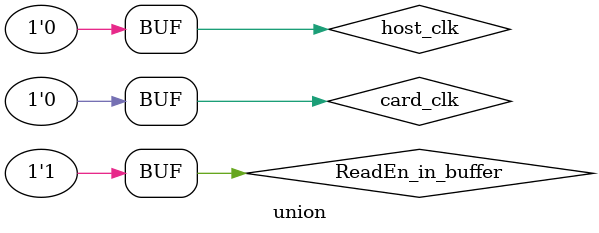
<source format=v>
`include "DAT.v"
`include "aFIFO.v"

module union;

	wire [31:0] DMA_fifo_input;
	reg ReadEn_in_buffer = 1;
	reg [3:0] card_in;
	reg [10:0]block_amount;
	wire [3:0] card_out;
	wire [31:0] buffer_write_on_DAT;
	wire [31:0] DAT_write_on_buffer;
	reg host_clk = 0;
	//always #6 host_clk = !host_clk;   //FIXME borrar esto al agregar a modulo SD Host
	reg card_clk = 0;
	//always #2 card_clk = !card_clk;

	asynchronous_fifo FIFO_write_DAT_to_DMA(
	//Reading port.	 
		DMA_fifo_input, 
		Empty_out_DMA_read, //almost empty signal
		ReadEn_in_buffer,
		host_clk,        
	//Writing port.	 
		DAT_write_on_buffer,  
		Full_out_DAT_write, //almost full signal, 
		WriteEn_DAT_to_buffer,
		card_clk,
		buffer_to_DAT_ack,
		ready); // 

 	DAT data_module(	buffer_write_on_DAT, 
		DAT_write_on_buffer,
		card_in, 
		card_out, 
		clk,
		buffer_to_DAT_ack, 
		DAT_to_buffer_ack, 
		DAT_fifo_en,
		card_ack_i, 
		card_ack_o, 
		Full_out_DAT_write, 
		Empty_DAT_read,
		block_amount,
		fifo_ready,
		new_trans,
		reset_input,
		mode,
		direction);

endmodule

</source>
